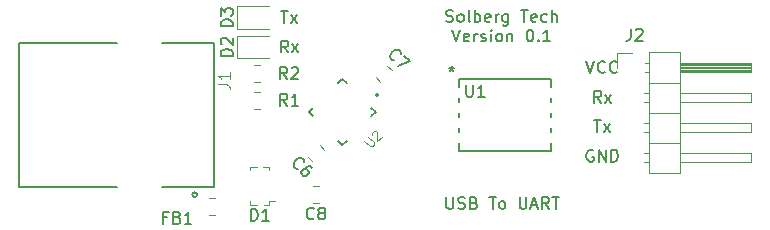
<source format=gto>
G04 #@! TF.GenerationSoftware,KiCad,Pcbnew,(5.1.6)-1*
G04 #@! TF.CreationDate,2020-09-01T22:28:32+02:00*
G04 #@! TF.ProjectId,UtU,5574552e-6b69-4636-9164-5f7063625858,rev?*
G04 #@! TF.SameCoordinates,Original*
G04 #@! TF.FileFunction,Legend,Top*
G04 #@! TF.FilePolarity,Positive*
%FSLAX46Y46*%
G04 Gerber Fmt 4.6, Leading zero omitted, Abs format (unit mm)*
G04 Created by KiCad (PCBNEW (5.1.6)-1) date 2020-09-01 22:28:32*
%MOMM*%
%LPD*%
G01*
G04 APERTURE LIST*
%ADD10C,0.150000*%
%ADD11C,0.127000*%
%ADD12C,0.200000*%
%ADD13C,0.152400*%
%ADD14C,0.120000*%
%ADD15C,0.100000*%
%ADD16C,0.015000*%
G04 APERTURE END LIST*
D10*
X134309523Y-71952380D02*
X134309523Y-72761904D01*
X134357142Y-72857142D01*
X134404761Y-72904761D01*
X134500000Y-72952380D01*
X134690476Y-72952380D01*
X134785714Y-72904761D01*
X134833333Y-72857142D01*
X134880952Y-72761904D01*
X134880952Y-71952380D01*
X135309523Y-72904761D02*
X135452380Y-72952380D01*
X135690476Y-72952380D01*
X135785714Y-72904761D01*
X135833333Y-72857142D01*
X135880952Y-72761904D01*
X135880952Y-72666666D01*
X135833333Y-72571428D01*
X135785714Y-72523809D01*
X135690476Y-72476190D01*
X135500000Y-72428571D01*
X135404761Y-72380952D01*
X135357142Y-72333333D01*
X135309523Y-72238095D01*
X135309523Y-72142857D01*
X135357142Y-72047619D01*
X135404761Y-72000000D01*
X135500000Y-71952380D01*
X135738095Y-71952380D01*
X135880952Y-72000000D01*
X136642857Y-72428571D02*
X136785714Y-72476190D01*
X136833333Y-72523809D01*
X136880952Y-72619047D01*
X136880952Y-72761904D01*
X136833333Y-72857142D01*
X136785714Y-72904761D01*
X136690476Y-72952380D01*
X136309523Y-72952380D01*
X136309523Y-71952380D01*
X136642857Y-71952380D01*
X136738095Y-72000000D01*
X136785714Y-72047619D01*
X136833333Y-72142857D01*
X136833333Y-72238095D01*
X136785714Y-72333333D01*
X136738095Y-72380952D01*
X136642857Y-72428571D01*
X136309523Y-72428571D01*
X137928571Y-71952380D02*
X138500000Y-71952380D01*
X138214285Y-72952380D02*
X138214285Y-71952380D01*
X138976190Y-72952380D02*
X138880952Y-72904761D01*
X138833333Y-72857142D01*
X138785714Y-72761904D01*
X138785714Y-72476190D01*
X138833333Y-72380952D01*
X138880952Y-72333333D01*
X138976190Y-72285714D01*
X139119047Y-72285714D01*
X139214285Y-72333333D01*
X139261904Y-72380952D01*
X139309523Y-72476190D01*
X139309523Y-72761904D01*
X139261904Y-72857142D01*
X139214285Y-72904761D01*
X139119047Y-72952380D01*
X138976190Y-72952380D01*
X140500000Y-71952380D02*
X140500000Y-72761904D01*
X140547619Y-72857142D01*
X140595238Y-72904761D01*
X140690476Y-72952380D01*
X140880952Y-72952380D01*
X140976190Y-72904761D01*
X141023809Y-72857142D01*
X141071428Y-72761904D01*
X141071428Y-71952380D01*
X141500000Y-72666666D02*
X141976190Y-72666666D01*
X141404761Y-72952380D02*
X141738095Y-71952380D01*
X142071428Y-72952380D01*
X142976190Y-72952380D02*
X142642857Y-72476190D01*
X142404761Y-72952380D02*
X142404761Y-71952380D01*
X142785714Y-71952380D01*
X142880952Y-72000000D01*
X142928571Y-72047619D01*
X142976190Y-72142857D01*
X142976190Y-72285714D01*
X142928571Y-72380952D01*
X142880952Y-72428571D01*
X142785714Y-72476190D01*
X142404761Y-72476190D01*
X143261904Y-71952380D02*
X143833333Y-71952380D01*
X143547619Y-72952380D02*
X143547619Y-71952380D01*
X146738095Y-68000000D02*
X146642857Y-67952380D01*
X146500000Y-67952380D01*
X146357142Y-68000000D01*
X146261904Y-68095238D01*
X146214285Y-68190476D01*
X146166666Y-68380952D01*
X146166666Y-68523809D01*
X146214285Y-68714285D01*
X146261904Y-68809523D01*
X146357142Y-68904761D01*
X146500000Y-68952380D01*
X146595238Y-68952380D01*
X146738095Y-68904761D01*
X146785714Y-68857142D01*
X146785714Y-68523809D01*
X146595238Y-68523809D01*
X147214285Y-68952380D02*
X147214285Y-67952380D01*
X147785714Y-68952380D01*
X147785714Y-67952380D01*
X148261904Y-68952380D02*
X148261904Y-67952380D01*
X148500000Y-67952380D01*
X148642857Y-68000000D01*
X148738095Y-68095238D01*
X148785714Y-68190476D01*
X148833333Y-68380952D01*
X148833333Y-68523809D01*
X148785714Y-68714285D01*
X148738095Y-68809523D01*
X148642857Y-68904761D01*
X148500000Y-68952380D01*
X148261904Y-68952380D01*
X146809523Y-65452380D02*
X147380952Y-65452380D01*
X147095238Y-66452380D02*
X147095238Y-65452380D01*
X147619047Y-66452380D02*
X148142857Y-65785714D01*
X147619047Y-65785714D02*
X148142857Y-66452380D01*
X147404761Y-63952380D02*
X147071428Y-63476190D01*
X146833333Y-63952380D02*
X146833333Y-62952380D01*
X147214285Y-62952380D01*
X147309523Y-63000000D01*
X147357142Y-63047619D01*
X147404761Y-63142857D01*
X147404761Y-63285714D01*
X147357142Y-63380952D01*
X147309523Y-63428571D01*
X147214285Y-63476190D01*
X146833333Y-63476190D01*
X147738095Y-63952380D02*
X148261904Y-63285714D01*
X147738095Y-63285714D02*
X148261904Y-63952380D01*
X146166666Y-60452380D02*
X146500000Y-61452380D01*
X146833333Y-60452380D01*
X147738095Y-61357142D02*
X147690476Y-61404761D01*
X147547619Y-61452380D01*
X147452380Y-61452380D01*
X147309523Y-61404761D01*
X147214285Y-61309523D01*
X147166666Y-61214285D01*
X147119047Y-61023809D01*
X147119047Y-60880952D01*
X147166666Y-60690476D01*
X147214285Y-60595238D01*
X147309523Y-60500000D01*
X147452380Y-60452380D01*
X147547619Y-60452380D01*
X147690476Y-60500000D01*
X147738095Y-60547619D01*
X148738095Y-61357142D02*
X148690476Y-61404761D01*
X148547619Y-61452380D01*
X148452380Y-61452380D01*
X148309523Y-61404761D01*
X148214285Y-61309523D01*
X148166666Y-61214285D01*
X148119047Y-61023809D01*
X148119047Y-60880952D01*
X148166666Y-60690476D01*
X148214285Y-60595238D01*
X148309523Y-60500000D01*
X148452380Y-60452380D01*
X148547619Y-60452380D01*
X148690476Y-60500000D01*
X148738095Y-60547619D01*
X134285714Y-57079761D02*
X134428571Y-57127380D01*
X134666666Y-57127380D01*
X134761904Y-57079761D01*
X134809523Y-57032142D01*
X134857142Y-56936904D01*
X134857142Y-56841666D01*
X134809523Y-56746428D01*
X134761904Y-56698809D01*
X134666666Y-56651190D01*
X134476190Y-56603571D01*
X134380952Y-56555952D01*
X134333333Y-56508333D01*
X134285714Y-56413095D01*
X134285714Y-56317857D01*
X134333333Y-56222619D01*
X134380952Y-56175000D01*
X134476190Y-56127380D01*
X134714285Y-56127380D01*
X134857142Y-56175000D01*
X135428571Y-57127380D02*
X135333333Y-57079761D01*
X135285714Y-57032142D01*
X135238095Y-56936904D01*
X135238095Y-56651190D01*
X135285714Y-56555952D01*
X135333333Y-56508333D01*
X135428571Y-56460714D01*
X135571428Y-56460714D01*
X135666666Y-56508333D01*
X135714285Y-56555952D01*
X135761904Y-56651190D01*
X135761904Y-56936904D01*
X135714285Y-57032142D01*
X135666666Y-57079761D01*
X135571428Y-57127380D01*
X135428571Y-57127380D01*
X136333333Y-57127380D02*
X136238095Y-57079761D01*
X136190476Y-56984523D01*
X136190476Y-56127380D01*
X136714285Y-57127380D02*
X136714285Y-56127380D01*
X136714285Y-56508333D02*
X136809523Y-56460714D01*
X137000000Y-56460714D01*
X137095238Y-56508333D01*
X137142857Y-56555952D01*
X137190476Y-56651190D01*
X137190476Y-56936904D01*
X137142857Y-57032142D01*
X137095238Y-57079761D01*
X137000000Y-57127380D01*
X136809523Y-57127380D01*
X136714285Y-57079761D01*
X138000000Y-57079761D02*
X137904761Y-57127380D01*
X137714285Y-57127380D01*
X137619047Y-57079761D01*
X137571428Y-56984523D01*
X137571428Y-56603571D01*
X137619047Y-56508333D01*
X137714285Y-56460714D01*
X137904761Y-56460714D01*
X138000000Y-56508333D01*
X138047619Y-56603571D01*
X138047619Y-56698809D01*
X137571428Y-56794047D01*
X138476190Y-57127380D02*
X138476190Y-56460714D01*
X138476190Y-56651190D02*
X138523809Y-56555952D01*
X138571428Y-56508333D01*
X138666666Y-56460714D01*
X138761904Y-56460714D01*
X139523809Y-56460714D02*
X139523809Y-57270238D01*
X139476190Y-57365476D01*
X139428571Y-57413095D01*
X139333333Y-57460714D01*
X139190476Y-57460714D01*
X139095238Y-57413095D01*
X139523809Y-57079761D02*
X139428571Y-57127380D01*
X139238095Y-57127380D01*
X139142857Y-57079761D01*
X139095238Y-57032142D01*
X139047619Y-56936904D01*
X139047619Y-56651190D01*
X139095238Y-56555952D01*
X139142857Y-56508333D01*
X139238095Y-56460714D01*
X139428571Y-56460714D01*
X139523809Y-56508333D01*
X140619047Y-56127380D02*
X141190476Y-56127380D01*
X140904761Y-57127380D02*
X140904761Y-56127380D01*
X141904761Y-57079761D02*
X141809523Y-57127380D01*
X141619047Y-57127380D01*
X141523809Y-57079761D01*
X141476190Y-56984523D01*
X141476190Y-56603571D01*
X141523809Y-56508333D01*
X141619047Y-56460714D01*
X141809523Y-56460714D01*
X141904761Y-56508333D01*
X141952380Y-56603571D01*
X141952380Y-56698809D01*
X141476190Y-56794047D01*
X142809523Y-57079761D02*
X142714285Y-57127380D01*
X142523809Y-57127380D01*
X142428571Y-57079761D01*
X142380952Y-57032142D01*
X142333333Y-56936904D01*
X142333333Y-56651190D01*
X142380952Y-56555952D01*
X142428571Y-56508333D01*
X142523809Y-56460714D01*
X142714285Y-56460714D01*
X142809523Y-56508333D01*
X143238095Y-57127380D02*
X143238095Y-56127380D01*
X143666666Y-57127380D02*
X143666666Y-56603571D01*
X143619047Y-56508333D01*
X143523809Y-56460714D01*
X143380952Y-56460714D01*
X143285714Y-56508333D01*
X143238095Y-56555952D01*
X134809523Y-57777380D02*
X135142857Y-58777380D01*
X135476190Y-57777380D01*
X136190476Y-58729761D02*
X136095238Y-58777380D01*
X135904761Y-58777380D01*
X135809523Y-58729761D01*
X135761904Y-58634523D01*
X135761904Y-58253571D01*
X135809523Y-58158333D01*
X135904761Y-58110714D01*
X136095238Y-58110714D01*
X136190476Y-58158333D01*
X136238095Y-58253571D01*
X136238095Y-58348809D01*
X135761904Y-58444047D01*
X136666666Y-58777380D02*
X136666666Y-58110714D01*
X136666666Y-58301190D02*
X136714285Y-58205952D01*
X136761904Y-58158333D01*
X136857142Y-58110714D01*
X136952380Y-58110714D01*
X137238095Y-58729761D02*
X137333333Y-58777380D01*
X137523809Y-58777380D01*
X137619047Y-58729761D01*
X137666666Y-58634523D01*
X137666666Y-58586904D01*
X137619047Y-58491666D01*
X137523809Y-58444047D01*
X137380952Y-58444047D01*
X137285714Y-58396428D01*
X137238095Y-58301190D01*
X137238095Y-58253571D01*
X137285714Y-58158333D01*
X137380952Y-58110714D01*
X137523809Y-58110714D01*
X137619047Y-58158333D01*
X138095238Y-58777380D02*
X138095238Y-58110714D01*
X138095238Y-57777380D02*
X138047619Y-57825000D01*
X138095238Y-57872619D01*
X138142857Y-57825000D01*
X138095238Y-57777380D01*
X138095238Y-57872619D01*
X138714285Y-58777380D02*
X138619047Y-58729761D01*
X138571428Y-58682142D01*
X138523809Y-58586904D01*
X138523809Y-58301190D01*
X138571428Y-58205952D01*
X138619047Y-58158333D01*
X138714285Y-58110714D01*
X138857142Y-58110714D01*
X138952380Y-58158333D01*
X139000000Y-58205952D01*
X139047619Y-58301190D01*
X139047619Y-58586904D01*
X139000000Y-58682142D01*
X138952380Y-58729761D01*
X138857142Y-58777380D01*
X138714285Y-58777380D01*
X139476190Y-58110714D02*
X139476190Y-58777380D01*
X139476190Y-58205952D02*
X139523809Y-58158333D01*
X139619047Y-58110714D01*
X139761904Y-58110714D01*
X139857142Y-58158333D01*
X139904761Y-58253571D01*
X139904761Y-58777380D01*
X141333333Y-57777380D02*
X141428571Y-57777380D01*
X141523809Y-57825000D01*
X141571428Y-57872619D01*
X141619047Y-57967857D01*
X141666666Y-58158333D01*
X141666666Y-58396428D01*
X141619047Y-58586904D01*
X141571428Y-58682142D01*
X141523809Y-58729761D01*
X141428571Y-58777380D01*
X141333333Y-58777380D01*
X141238095Y-58729761D01*
X141190476Y-58682142D01*
X141142857Y-58586904D01*
X141095238Y-58396428D01*
X141095238Y-58158333D01*
X141142857Y-57967857D01*
X141190476Y-57872619D01*
X141238095Y-57825000D01*
X141333333Y-57777380D01*
X142095238Y-58682142D02*
X142142857Y-58729761D01*
X142095238Y-58777380D01*
X142047619Y-58729761D01*
X142095238Y-58682142D01*
X142095238Y-58777380D01*
X143095238Y-58777380D02*
X142523809Y-58777380D01*
X142809523Y-58777380D02*
X142809523Y-57777380D01*
X142714285Y-57920238D01*
X142619047Y-58015476D01*
X142523809Y-58063095D01*
X120904761Y-59702380D02*
X120571428Y-59226190D01*
X120333333Y-59702380D02*
X120333333Y-58702380D01*
X120714285Y-58702380D01*
X120809523Y-58750000D01*
X120857142Y-58797619D01*
X120904761Y-58892857D01*
X120904761Y-59035714D01*
X120857142Y-59130952D01*
X120809523Y-59178571D01*
X120714285Y-59226190D01*
X120333333Y-59226190D01*
X121238095Y-59702380D02*
X121761904Y-59035714D01*
X121238095Y-59035714D02*
X121761904Y-59702380D01*
X120309523Y-56202380D02*
X120880952Y-56202380D01*
X120595238Y-57202380D02*
X120595238Y-56202380D01*
X121119047Y-57202380D02*
X121642857Y-56535714D01*
X121119047Y-56535714D02*
X121642857Y-57202380D01*
D11*
G04 #@! TO.C,U2*
X127953661Y-64375233D02*
X128328427Y-64750000D01*
X128328427Y-64750000D02*
X127953661Y-65124767D01*
X125874767Y-67203661D02*
X125500000Y-67578427D01*
X125500000Y-67578427D02*
X125125233Y-67203661D01*
X123046339Y-65124767D02*
X122671573Y-64750000D01*
X122671573Y-64750000D02*
X123046339Y-64375233D01*
X125125233Y-62296339D02*
X125500000Y-61921573D01*
X125500000Y-61921573D02*
X125874767Y-62296339D01*
D12*
X128534493Y-63300431D02*
G75*
G03*
X128534493Y-63300431I-100000J0D01*
G01*
D13*
G04 #@! TO.C,U1*
X135373000Y-68052001D02*
X143127000Y-68052001D01*
X143127000Y-68052001D02*
X143127000Y-67367842D01*
X143127000Y-61947999D02*
X135373000Y-61947999D01*
X135373000Y-61947999D02*
X135373000Y-62632158D01*
X135373000Y-63557842D02*
X135373000Y-63902158D01*
X135373000Y-64827842D02*
X135373000Y-65172158D01*
X135373000Y-66097842D02*
X135373000Y-66442158D01*
X135373000Y-67367842D02*
X135373000Y-68052001D01*
X143127000Y-66442158D02*
X143127000Y-66097842D01*
X143127000Y-65172158D02*
X143127000Y-64827842D01*
X143127000Y-63902158D02*
X143127000Y-63557842D01*
X143127000Y-62632158D02*
X143127000Y-61947999D01*
D14*
G04 #@! TO.C,R2*
X117991422Y-60790000D02*
X118508578Y-60790000D01*
X117991422Y-62210000D02*
X118508578Y-62210000D01*
G04 #@! TO.C,R1*
X118508578Y-64460000D02*
X117991422Y-64460000D01*
X118508578Y-63040000D02*
X117991422Y-63040000D01*
G04 #@! TO.C,J2*
X151440000Y-59670000D02*
X151440000Y-69950000D01*
X151440000Y-69950000D02*
X154100000Y-69950000D01*
X154100000Y-69950000D02*
X154100000Y-59670000D01*
X154100000Y-59670000D02*
X151440000Y-59670000D01*
X154100000Y-60620000D02*
X160100000Y-60620000D01*
X160100000Y-60620000D02*
X160100000Y-61380000D01*
X160100000Y-61380000D02*
X154100000Y-61380000D01*
X154100000Y-60680000D02*
X160100000Y-60680000D01*
X154100000Y-60800000D02*
X160100000Y-60800000D01*
X154100000Y-60920000D02*
X160100000Y-60920000D01*
X154100000Y-61040000D02*
X160100000Y-61040000D01*
X154100000Y-61160000D02*
X160100000Y-61160000D01*
X154100000Y-61280000D02*
X160100000Y-61280000D01*
X151110000Y-60620000D02*
X151440000Y-60620000D01*
X151110000Y-61380000D02*
X151440000Y-61380000D01*
X151440000Y-62270000D02*
X154100000Y-62270000D01*
X154100000Y-63160000D02*
X160100000Y-63160000D01*
X160100000Y-63160000D02*
X160100000Y-63920000D01*
X160100000Y-63920000D02*
X154100000Y-63920000D01*
X151042929Y-63160000D02*
X151440000Y-63160000D01*
X151042929Y-63920000D02*
X151440000Y-63920000D01*
X151440000Y-64810000D02*
X154100000Y-64810000D01*
X154100000Y-65700000D02*
X160100000Y-65700000D01*
X160100000Y-65700000D02*
X160100000Y-66460000D01*
X160100000Y-66460000D02*
X154100000Y-66460000D01*
X151042929Y-65700000D02*
X151440000Y-65700000D01*
X151042929Y-66460000D02*
X151440000Y-66460000D01*
X151440000Y-67350000D02*
X154100000Y-67350000D01*
X154100000Y-68240000D02*
X160100000Y-68240000D01*
X160100000Y-68240000D02*
X160100000Y-69000000D01*
X160100000Y-69000000D02*
X154100000Y-69000000D01*
X151042929Y-68240000D02*
X151440000Y-68240000D01*
X151042929Y-69000000D02*
X151440000Y-69000000D01*
X148730000Y-61000000D02*
X148730000Y-59730000D01*
X148730000Y-59730000D02*
X150000000Y-59730000D01*
D12*
G04 #@! TO.C,J1*
X113200000Y-71750000D02*
G75*
G03*
X113200000Y-71750000I-200000J0D01*
G01*
D11*
X98130000Y-71100000D02*
X106390000Y-71100000D01*
X98130000Y-58900000D02*
X98130000Y-71100000D01*
X106390000Y-58900000D02*
X98130000Y-58900000D01*
X114630000Y-71100000D02*
X110260000Y-71100000D01*
X114630000Y-58900000D02*
X114630000Y-71100000D01*
X110260000Y-58900000D02*
X114630000Y-58900000D01*
D14*
G04 #@! TO.C,FB1*
X114758578Y-73460000D02*
X114241422Y-73460000D01*
X114758578Y-72040000D02*
X114241422Y-72040000D01*
G04 #@! TO.C,D3*
X119250000Y-55790000D02*
X116565000Y-55790000D01*
X116565000Y-55790000D02*
X116565000Y-57710000D01*
X116565000Y-57710000D02*
X119250000Y-57710000D01*
G04 #@! TO.C,D2*
X119250000Y-58290000D02*
X116565000Y-58290000D01*
X116565000Y-58290000D02*
X116565000Y-60210000D01*
X116565000Y-60210000D02*
X119250000Y-60210000D01*
D15*
G04 #@! TO.C,D1*
X119300000Y-72300000D02*
X119300000Y-72600000D01*
X119300000Y-72600000D02*
X118900000Y-72600000D01*
X119300000Y-69700000D02*
X119300000Y-69400000D01*
X119300000Y-69400000D02*
X118800000Y-69400000D01*
X117700000Y-69700000D02*
X117700000Y-69400000D01*
X117700000Y-69400000D02*
X118300000Y-69400000D01*
X117700000Y-72300000D02*
X117700000Y-72600000D01*
X117700000Y-72600000D02*
X118300000Y-72600000D01*
X119300000Y-72300000D02*
X119770000Y-72300000D01*
D14*
G04 #@! TO.C,C8*
X123508578Y-72460000D02*
X122991422Y-72460000D01*
X123508578Y-71040000D02*
X122991422Y-71040000D01*
G04 #@! TO.C,C7*
X128680796Y-62184888D02*
X128315112Y-61819204D01*
X129684888Y-61180796D02*
X129319204Y-60815112D01*
G04 #@! TO.C,C6*
X122930796Y-68934888D02*
X122565112Y-68569204D01*
X123934888Y-67930796D02*
X123569204Y-67565112D01*
G04 #@! TO.C,U2*
D16*
X127365348Y-67168933D02*
X127823284Y-67626869D01*
X127904096Y-67653806D01*
X127957971Y-67653806D01*
X128038783Y-67626869D01*
X128146533Y-67519119D01*
X128173470Y-67438307D01*
X128173470Y-67384432D01*
X128146533Y-67303620D01*
X127688597Y-66845684D01*
X127984908Y-66657122D02*
X127984908Y-66603247D01*
X128011846Y-66522435D01*
X128146533Y-66387748D01*
X128227345Y-66360811D01*
X128281220Y-66360811D01*
X128362032Y-66387748D01*
X128415907Y-66441623D01*
X128469781Y-66549373D01*
X128469781Y-67195870D01*
X128819968Y-66845684D01*
G04 #@! TO.C,U1*
D10*
X135988095Y-62452380D02*
X135988095Y-63261904D01*
X136035714Y-63357142D01*
X136083333Y-63404761D01*
X136178571Y-63452380D01*
X136369047Y-63452380D01*
X136464285Y-63404761D01*
X136511904Y-63357142D01*
X136559523Y-63261904D01*
X136559523Y-62452380D01*
X137559523Y-63452380D02*
X136988095Y-63452380D01*
X137273809Y-63452380D02*
X137273809Y-62452380D01*
X137178571Y-62595238D01*
X137083333Y-62690476D01*
X136988095Y-62738095D01*
X134750000Y-60844380D02*
X134750000Y-61082476D01*
X134511904Y-60987238D02*
X134750000Y-61082476D01*
X134988095Y-60987238D01*
X134607142Y-61272952D02*
X134750000Y-61082476D01*
X134892857Y-61272952D01*
X134750000Y-60844380D02*
X134750000Y-61082476D01*
X134511904Y-60987238D02*
X134750000Y-61082476D01*
X134988095Y-60987238D01*
X134607142Y-61272952D02*
X134750000Y-61082476D01*
X134892857Y-61272952D01*
G04 #@! TO.C,R2*
X120833333Y-61952380D02*
X120500000Y-61476190D01*
X120261904Y-61952380D02*
X120261904Y-60952380D01*
X120642857Y-60952380D01*
X120738095Y-61000000D01*
X120785714Y-61047619D01*
X120833333Y-61142857D01*
X120833333Y-61285714D01*
X120785714Y-61380952D01*
X120738095Y-61428571D01*
X120642857Y-61476190D01*
X120261904Y-61476190D01*
X121214285Y-61047619D02*
X121261904Y-61000000D01*
X121357142Y-60952380D01*
X121595238Y-60952380D01*
X121690476Y-61000000D01*
X121738095Y-61047619D01*
X121785714Y-61142857D01*
X121785714Y-61238095D01*
X121738095Y-61380952D01*
X121166666Y-61952380D01*
X121785714Y-61952380D01*
G04 #@! TO.C,R1*
X120833333Y-64202380D02*
X120500000Y-63726190D01*
X120261904Y-64202380D02*
X120261904Y-63202380D01*
X120642857Y-63202380D01*
X120738095Y-63250000D01*
X120785714Y-63297619D01*
X120833333Y-63392857D01*
X120833333Y-63535714D01*
X120785714Y-63630952D01*
X120738095Y-63678571D01*
X120642857Y-63726190D01*
X120261904Y-63726190D01*
X121785714Y-64202380D02*
X121214285Y-64202380D01*
X121500000Y-64202380D02*
X121500000Y-63202380D01*
X121404761Y-63345238D01*
X121309523Y-63440476D01*
X121214285Y-63488095D01*
G04 #@! TO.C,J2*
X149916666Y-57702380D02*
X149916666Y-58416666D01*
X149869047Y-58559523D01*
X149773809Y-58654761D01*
X149630952Y-58702380D01*
X149535714Y-58702380D01*
X150345238Y-57797619D02*
X150392857Y-57750000D01*
X150488095Y-57702380D01*
X150726190Y-57702380D01*
X150821428Y-57750000D01*
X150869047Y-57797619D01*
X150916666Y-57892857D01*
X150916666Y-57988095D01*
X150869047Y-58130952D01*
X150297619Y-58702380D01*
X150916666Y-58702380D01*
G04 #@! TO.C,J1*
D16*
X114968563Y-62406022D02*
X115683276Y-62406022D01*
X115826218Y-62453670D01*
X115921513Y-62548965D01*
X115969161Y-62691907D01*
X115969161Y-62787202D01*
X115969161Y-61405424D02*
X115969161Y-61977194D01*
X115969161Y-61691309D02*
X114968563Y-61691309D01*
X115111506Y-61786604D01*
X115206801Y-61881899D01*
X115254448Y-61977194D01*
G04 #@! TO.C,FB1*
D10*
X110666666Y-73678571D02*
X110333333Y-73678571D01*
X110333333Y-74202380D02*
X110333333Y-73202380D01*
X110809523Y-73202380D01*
X111523809Y-73678571D02*
X111666666Y-73726190D01*
X111714285Y-73773809D01*
X111761904Y-73869047D01*
X111761904Y-74011904D01*
X111714285Y-74107142D01*
X111666666Y-74154761D01*
X111571428Y-74202380D01*
X111190476Y-74202380D01*
X111190476Y-73202380D01*
X111523809Y-73202380D01*
X111619047Y-73250000D01*
X111666666Y-73297619D01*
X111714285Y-73392857D01*
X111714285Y-73488095D01*
X111666666Y-73583333D01*
X111619047Y-73630952D01*
X111523809Y-73678571D01*
X111190476Y-73678571D01*
X112714285Y-74202380D02*
X112142857Y-74202380D01*
X112428571Y-74202380D02*
X112428571Y-73202380D01*
X112333333Y-73345238D01*
X112238095Y-73440476D01*
X112142857Y-73488095D01*
G04 #@! TO.C,D3*
X116202380Y-57488095D02*
X115202380Y-57488095D01*
X115202380Y-57250000D01*
X115250000Y-57107142D01*
X115345238Y-57011904D01*
X115440476Y-56964285D01*
X115630952Y-56916666D01*
X115773809Y-56916666D01*
X115964285Y-56964285D01*
X116059523Y-57011904D01*
X116154761Y-57107142D01*
X116202380Y-57250000D01*
X116202380Y-57488095D01*
X115202380Y-56583333D02*
X115202380Y-55964285D01*
X115583333Y-56297619D01*
X115583333Y-56154761D01*
X115630952Y-56059523D01*
X115678571Y-56011904D01*
X115773809Y-55964285D01*
X116011904Y-55964285D01*
X116107142Y-56011904D01*
X116154761Y-56059523D01*
X116202380Y-56154761D01*
X116202380Y-56440476D01*
X116154761Y-56535714D01*
X116107142Y-56583333D01*
G04 #@! TO.C,D2*
X116202380Y-59988095D02*
X115202380Y-59988095D01*
X115202380Y-59750000D01*
X115250000Y-59607142D01*
X115345238Y-59511904D01*
X115440476Y-59464285D01*
X115630952Y-59416666D01*
X115773809Y-59416666D01*
X115964285Y-59464285D01*
X116059523Y-59511904D01*
X116154761Y-59607142D01*
X116202380Y-59750000D01*
X116202380Y-59988095D01*
X115297619Y-59035714D02*
X115250000Y-58988095D01*
X115202380Y-58892857D01*
X115202380Y-58654761D01*
X115250000Y-58559523D01*
X115297619Y-58511904D01*
X115392857Y-58464285D01*
X115488095Y-58464285D01*
X115630952Y-58511904D01*
X116202380Y-59083333D01*
X116202380Y-58464285D01*
G04 #@! TO.C,D1*
X117761904Y-73952380D02*
X117761904Y-72952380D01*
X118000000Y-72952380D01*
X118142857Y-73000000D01*
X118238095Y-73095238D01*
X118285714Y-73190476D01*
X118333333Y-73380952D01*
X118333333Y-73523809D01*
X118285714Y-73714285D01*
X118238095Y-73809523D01*
X118142857Y-73904761D01*
X118000000Y-73952380D01*
X117761904Y-73952380D01*
X119285714Y-73952380D02*
X118714285Y-73952380D01*
X119000000Y-73952380D02*
X119000000Y-72952380D01*
X118904761Y-73095238D01*
X118809523Y-73190476D01*
X118714285Y-73238095D01*
G04 #@! TO.C,C8*
X123083333Y-73757142D02*
X123035714Y-73804761D01*
X122892857Y-73852380D01*
X122797619Y-73852380D01*
X122654761Y-73804761D01*
X122559523Y-73709523D01*
X122511904Y-73614285D01*
X122464285Y-73423809D01*
X122464285Y-73280952D01*
X122511904Y-73090476D01*
X122559523Y-72995238D01*
X122654761Y-72900000D01*
X122797619Y-72852380D01*
X122892857Y-72852380D01*
X123035714Y-72900000D01*
X123083333Y-72947619D01*
X123654761Y-73280952D02*
X123559523Y-73233333D01*
X123511904Y-73185714D01*
X123464285Y-73090476D01*
X123464285Y-73042857D01*
X123511904Y-72947619D01*
X123559523Y-72900000D01*
X123654761Y-72852380D01*
X123845238Y-72852380D01*
X123940476Y-72900000D01*
X123988095Y-72947619D01*
X124035714Y-73042857D01*
X124035714Y-73090476D01*
X123988095Y-73185714D01*
X123940476Y-73233333D01*
X123845238Y-73280952D01*
X123654761Y-73280952D01*
X123559523Y-73328571D01*
X123511904Y-73376190D01*
X123464285Y-73471428D01*
X123464285Y-73661904D01*
X123511904Y-73757142D01*
X123559523Y-73804761D01*
X123654761Y-73852380D01*
X123845238Y-73852380D01*
X123940476Y-73804761D01*
X123988095Y-73757142D01*
X124035714Y-73661904D01*
X124035714Y-73471428D01*
X123988095Y-73376190D01*
X123940476Y-73328571D01*
X123845238Y-73280952D01*
G04 #@! TO.C,C7*
X129879610Y-60384687D02*
X129812267Y-60384687D01*
X129677580Y-60317343D01*
X129610236Y-60250000D01*
X129542893Y-60115312D01*
X129542893Y-59980625D01*
X129576564Y-59879610D01*
X129677580Y-59711251D01*
X129778595Y-59610236D01*
X129946954Y-59509221D01*
X130047969Y-59475549D01*
X130182656Y-59475549D01*
X130317343Y-59542893D01*
X130384687Y-59610236D01*
X130452030Y-59744923D01*
X130452030Y-59812267D01*
X130755076Y-59980625D02*
X131226480Y-60452030D01*
X130216328Y-60856091D01*
G04 #@! TO.C,C6*
X121712884Y-69551413D02*
X121645541Y-69551413D01*
X121510854Y-69484069D01*
X121443510Y-69416726D01*
X121376167Y-69282038D01*
X121376167Y-69147351D01*
X121409838Y-69046336D01*
X121510854Y-68877977D01*
X121611869Y-68776962D01*
X121780228Y-68675947D01*
X121881243Y-68642275D01*
X122015930Y-68642275D01*
X122150617Y-68709619D01*
X122217961Y-68776962D01*
X122285304Y-68911649D01*
X122285304Y-68978993D01*
X122958739Y-69517741D02*
X122824052Y-69383054D01*
X122723037Y-69349382D01*
X122655693Y-69349382D01*
X122487335Y-69383054D01*
X122318976Y-69484069D01*
X122049602Y-69753443D01*
X122015930Y-69854458D01*
X122015930Y-69921802D01*
X122049602Y-70022817D01*
X122184289Y-70157504D01*
X122285304Y-70191176D01*
X122352648Y-70191176D01*
X122453663Y-70157504D01*
X122622022Y-69989145D01*
X122655693Y-69888130D01*
X122655693Y-69820787D01*
X122622022Y-69719771D01*
X122487335Y-69585084D01*
X122386319Y-69551413D01*
X122318976Y-69551413D01*
X122217961Y-69585084D01*
G04 #@! TD*
M02*

</source>
